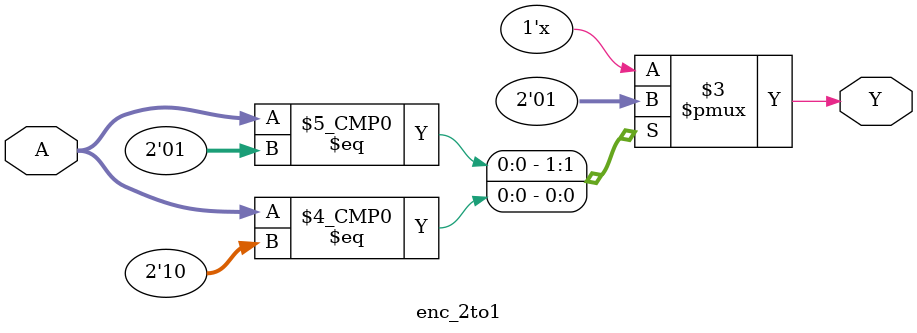
<source format=v>
module enc_2to1(A, Y);
input [1:0] A;
output reg Y;

always @(A) begin
	casex(A)
		2'b01 : Y = 0;
		2'b10 : Y = 1;
		default : Y = 2'bx;
	endcase
end
endmodule
</source>
